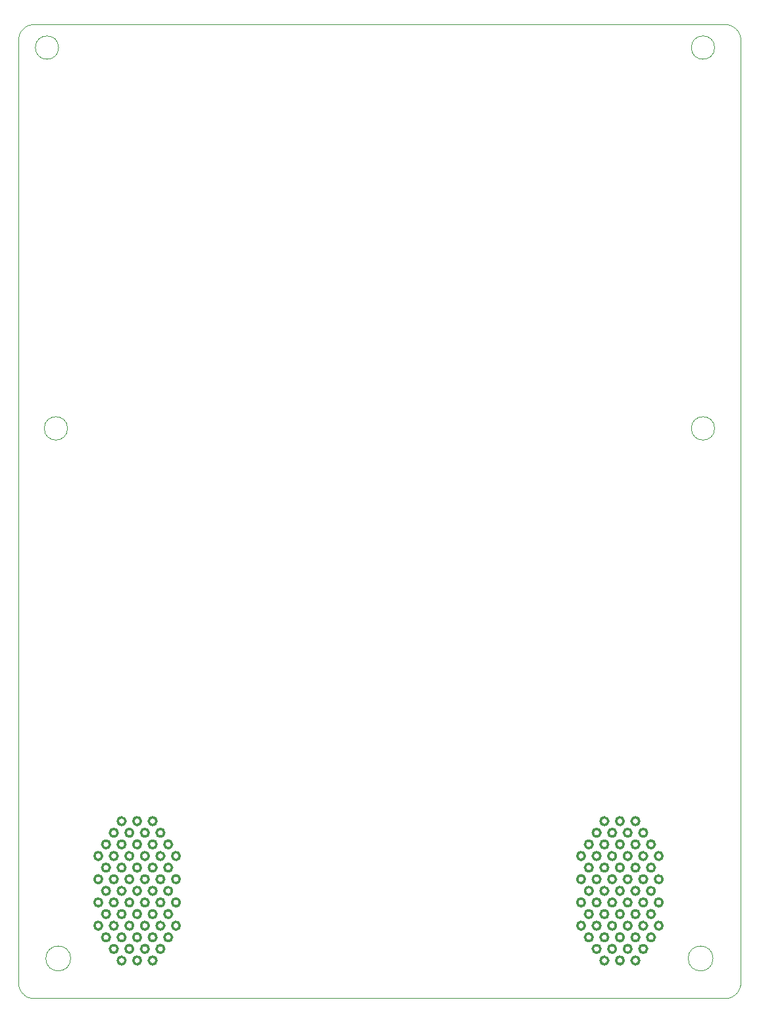
<source format=gbr>
%TF.GenerationSoftware,KiCad,Pcbnew,(6.0.7)*%
%TF.CreationDate,2024-03-03T21:38:17+09:00*%
%TF.ProjectId,pico_tracker,7069636f-5f74-4726-9163-6b65722e6b69,rev?*%
%TF.SameCoordinates,Original*%
%TF.FileFunction,Profile,NP*%
%FSLAX46Y46*%
G04 Gerber Fmt 4.6, Leading zero omitted, Abs format (unit mm)*
G04 Created by KiCad (PCBNEW (6.0.7)) date 2024-03-03 21:38:17*
%MOMM*%
%LPD*%
G01*
G04 APERTURE LIST*
%TA.AperFunction,Profile*%
%ADD10C,0.350000*%
%TD*%
%ADD11C,0.090000*%
%TA.AperFunction,Profile*%
%ADD12C,0.090000*%
%TD*%
G04 APERTURE END LIST*
D10*
X182750000Y-132261905D02*
G75*
G03*
X182750000Y-132261905I-500000J0D01*
G01*
X179750000Y-142734127D02*
G75*
G03*
X179750000Y-142734127I-500000J0D01*
G01*
X183750000Y-139742063D02*
G75*
G03*
X183750000Y-139742063I-500000J0D01*
G01*
X115600000Y-142734127D02*
G75*
G03*
X115600000Y-142734127I-500000J0D01*
G01*
X119600000Y-130765873D02*
G75*
G03*
X119600000Y-130765873I-500000J0D01*
G01*
X120600000Y-138246032D02*
G75*
G03*
X120600000Y-138246032I-500000J0D01*
G01*
X117600000Y-148712769D02*
G75*
G03*
X117600000Y-148712769I-500000J0D01*
G01*
D11*
X192770360Y-153578642D02*
X103819254Y-153578642D01*
D10*
X176750000Y-135253968D02*
G75*
G03*
X176750000Y-135253968I-500000J0D01*
G01*
X182750000Y-144230159D02*
G75*
G03*
X182750000Y-144230159I-500000J0D01*
G01*
X112600000Y-135253968D02*
G75*
G03*
X112600000Y-135253968I-500000J0D01*
G01*
X174750000Y-144230159D02*
G75*
G03*
X174750000Y-144230159I-500000J0D01*
G01*
D12*
X108144807Y-80187302D02*
G75*
G03*
X108144807Y-80187302I-1500000J0D01*
G01*
D10*
X180750000Y-141238095D02*
G75*
G03*
X180750000Y-141238095I-500000J0D01*
G01*
X180750000Y-147216737D02*
G75*
G03*
X180750000Y-147216737I-500000J0D01*
G01*
D11*
X103819254Y-153578642D02*
X103716505Y-153576043D01*
X103615106Y-153568333D01*
X103515180Y-153555635D01*
X103416855Y-153538076D01*
X103320255Y-153515781D01*
X103225505Y-153488875D01*
X103132732Y-153457484D01*
X103042060Y-153421733D01*
X102953615Y-153381748D01*
X102867522Y-153337654D01*
X102783908Y-153289577D01*
X102702897Y-153237642D01*
X102624615Y-153181974D01*
X102549187Y-153122699D01*
X102476738Y-153059943D01*
X102407395Y-152993831D01*
X102341283Y-152924488D01*
X102278527Y-152852039D01*
X102219252Y-152776611D01*
X102163584Y-152698329D01*
X102111649Y-152617318D01*
X102063572Y-152533704D01*
X102019478Y-152447611D01*
X101979493Y-152359166D01*
X101943742Y-152268494D01*
X101912351Y-152175721D01*
X101885445Y-152080971D01*
X101863150Y-151984371D01*
X101845591Y-151886046D01*
X101832893Y-151786120D01*
X101825183Y-151684721D01*
X101822585Y-151581973D01*
D10*
X116600000Y-144230159D02*
G75*
G03*
X116600000Y-144230159I-500000J0D01*
G01*
X179750000Y-136750000D02*
G75*
G03*
X179750000Y-136750000I-500000J0D01*
G01*
D11*
X103819254Y-28147302D02*
X192770360Y-28147302D01*
D10*
X113600000Y-133757936D02*
G75*
G03*
X113600000Y-133757936I-500000J0D01*
G01*
X178750000Y-144230159D02*
G75*
G03*
X178750000Y-144230159I-500000J0D01*
G01*
X117600000Y-130765873D02*
G75*
G03*
X117600000Y-130765873I-500000J0D01*
G01*
X179750000Y-139742063D02*
G75*
G03*
X179750000Y-139742063I-500000J0D01*
G01*
X122600000Y-135253968D02*
G75*
G03*
X122600000Y-135253968I-500000J0D01*
G01*
X182750000Y-138246032D02*
G75*
G03*
X182750000Y-138246032I-500000J0D01*
G01*
D12*
X191239251Y-148450864D02*
G75*
G03*
X191239251Y-148450864I-1600000J0D01*
G01*
D10*
X178750000Y-147216737D02*
G75*
G03*
X178750000Y-147216737I-500000J0D01*
G01*
X179750000Y-130765873D02*
G75*
G03*
X179750000Y-130765873I-500000J0D01*
G01*
X179750000Y-148712769D02*
G75*
G03*
X179750000Y-148712769I-500000J0D01*
G01*
D12*
X191444807Y-80187302D02*
G75*
G03*
X191444807Y-80187302I-1500000J0D01*
G01*
D10*
X118600000Y-144230159D02*
G75*
G03*
X118600000Y-144230159I-500000J0D01*
G01*
X183750000Y-133757936D02*
G75*
G03*
X183750000Y-133757936I-500000J0D01*
G01*
X181750000Y-136750000D02*
G75*
G03*
X181750000Y-136750000I-500000J0D01*
G01*
D11*
X194767029Y-151581973D02*
X194764430Y-151684721D01*
X194756720Y-151786120D01*
X194744022Y-151886046D01*
X194726463Y-151984371D01*
X194704168Y-152080971D01*
X194677262Y-152175721D01*
X194645871Y-152268494D01*
X194610120Y-152359166D01*
X194570135Y-152447611D01*
X194526041Y-152533704D01*
X194477964Y-152617318D01*
X194426029Y-152698329D01*
X194370361Y-152776611D01*
X194311086Y-152852039D01*
X194248330Y-152924488D01*
X194182218Y-152993831D01*
X194112875Y-153059943D01*
X194040426Y-153122699D01*
X193964998Y-153181974D01*
X193886716Y-153237642D01*
X193805705Y-153289577D01*
X193722091Y-153337654D01*
X193635998Y-153381748D01*
X193547553Y-153421733D01*
X193456881Y-153457484D01*
X193364108Y-153488875D01*
X193269358Y-153515781D01*
X193172758Y-153538076D01*
X193074433Y-153555635D01*
X192974507Y-153568333D01*
X192873108Y-153576043D01*
X192770360Y-153578642D01*
D10*
X113600000Y-145726190D02*
G75*
G03*
X113600000Y-145726190I-500000J0D01*
G01*
X181750000Y-139742063D02*
G75*
G03*
X181750000Y-139742063I-500000J0D01*
G01*
X114600000Y-132261905D02*
G75*
G03*
X114600000Y-132261905I-500000J0D01*
G01*
X174750000Y-141238095D02*
G75*
G03*
X174750000Y-141238095I-500000J0D01*
G01*
X178750000Y-135253968D02*
G75*
G03*
X178750000Y-135253968I-500000J0D01*
G01*
X115600000Y-133757936D02*
G75*
G03*
X115600000Y-133757936I-500000J0D01*
G01*
D11*
X194767029Y-30143971D02*
X194767029Y-151581973D01*
D10*
X181750000Y-142734127D02*
G75*
G03*
X181750000Y-142734127I-500000J0D01*
G01*
X112600000Y-144230159D02*
G75*
G03*
X112600000Y-144230159I-500000J0D01*
G01*
X122600000Y-138246032D02*
G75*
G03*
X122600000Y-138246032I-500000J0D01*
G01*
X174750000Y-135253968D02*
G75*
G03*
X174750000Y-135253968I-500000J0D01*
G01*
X120600000Y-144230159D02*
G75*
G03*
X120600000Y-144230159I-500000J0D01*
G01*
X178750000Y-132261905D02*
G75*
G03*
X178750000Y-132261905I-500000J0D01*
G01*
X179750000Y-145726190D02*
G75*
G03*
X179750000Y-145726190I-500000J0D01*
G01*
D11*
X101822585Y-30143971D02*
X101825183Y-30041222D01*
X101832893Y-29939823D01*
X101845591Y-29839897D01*
X101863150Y-29741572D01*
X101885445Y-29644972D01*
X101912351Y-29550222D01*
X101943742Y-29457449D01*
X101979493Y-29366777D01*
X102019478Y-29278332D01*
X102063572Y-29192239D01*
X102111649Y-29108625D01*
X102163584Y-29027614D01*
X102219252Y-28949332D01*
X102278527Y-28873904D01*
X102341283Y-28801455D01*
X102407395Y-28732112D01*
X102476738Y-28666000D01*
X102549187Y-28603244D01*
X102624615Y-28543969D01*
X102702897Y-28488301D01*
X102783908Y-28436366D01*
X102867522Y-28388289D01*
X102953615Y-28344195D01*
X103042060Y-28304210D01*
X103132732Y-28268459D01*
X103225505Y-28237068D01*
X103320255Y-28210162D01*
X103416855Y-28187867D01*
X103515180Y-28170308D01*
X103615106Y-28157610D01*
X103716505Y-28149900D01*
X103819254Y-28147302D01*
D12*
X191444807Y-31147302D02*
G75*
G03*
X191444807Y-31147302I-1500000J0D01*
G01*
D10*
X121600000Y-133757936D02*
G75*
G03*
X121600000Y-133757936I-500000J0D01*
G01*
X115600000Y-139742063D02*
G75*
G03*
X115600000Y-139742063I-500000J0D01*
G01*
X177750000Y-148712769D02*
G75*
G03*
X177750000Y-148712769I-500000J0D01*
G01*
X175750000Y-142734127D02*
G75*
G03*
X175750000Y-142734127I-500000J0D01*
G01*
X183750000Y-145726190D02*
G75*
G03*
X183750000Y-145726190I-500000J0D01*
G01*
X120600000Y-147216737D02*
G75*
G03*
X120600000Y-147216737I-500000J0D01*
G01*
X115600000Y-136750000D02*
G75*
G03*
X115600000Y-136750000I-500000J0D01*
G01*
X113600000Y-139742063D02*
G75*
G03*
X113600000Y-139742063I-500000J0D01*
G01*
X175750000Y-133757936D02*
G75*
G03*
X175750000Y-133757936I-500000J0D01*
G01*
D12*
X108550362Y-148450864D02*
G75*
G03*
X108550362Y-148450864I-1600000J0D01*
G01*
D10*
X177750000Y-136750000D02*
G75*
G03*
X177750000Y-136750000I-500000J0D01*
G01*
X184750000Y-138246032D02*
G75*
G03*
X184750000Y-138246032I-500000J0D01*
G01*
X119600000Y-139742063D02*
G75*
G03*
X119600000Y-139742063I-500000J0D01*
G01*
X118600000Y-147216737D02*
G75*
G03*
X118600000Y-147216737I-500000J0D01*
G01*
X177750000Y-133757936D02*
G75*
G03*
X177750000Y-133757936I-500000J0D01*
G01*
X116600000Y-132261905D02*
G75*
G03*
X116600000Y-132261905I-500000J0D01*
G01*
X114600000Y-135253968D02*
G75*
G03*
X114600000Y-135253968I-500000J0D01*
G01*
X176750000Y-144230159D02*
G75*
G03*
X176750000Y-144230159I-500000J0D01*
G01*
X120600000Y-135253968D02*
G75*
G03*
X120600000Y-135253968I-500000J0D01*
G01*
X176750000Y-132261905D02*
G75*
G03*
X176750000Y-132261905I-500000J0D01*
G01*
X116600000Y-135253968D02*
G75*
G03*
X116600000Y-135253968I-500000J0D01*
G01*
D12*
X107000000Y-31150000D02*
G75*
G03*
X107000000Y-31150000I-1500000J0D01*
G01*
D10*
X118600000Y-138246032D02*
G75*
G03*
X118600000Y-138246032I-500000J0D01*
G01*
X113600000Y-136750000D02*
G75*
G03*
X113600000Y-136750000I-500000J0D01*
G01*
X121600000Y-142734127D02*
G75*
G03*
X121600000Y-142734127I-500000J0D01*
G01*
X117600000Y-142734127D02*
G75*
G03*
X117600000Y-142734127I-500000J0D01*
G01*
X177750000Y-142734127D02*
G75*
G03*
X177750000Y-142734127I-500000J0D01*
G01*
X175750000Y-136750000D02*
G75*
G03*
X175750000Y-136750000I-500000J0D01*
G01*
X114600000Y-144230159D02*
G75*
G03*
X114600000Y-144230159I-500000J0D01*
G01*
X183750000Y-142734127D02*
G75*
G03*
X183750000Y-142734127I-500000J0D01*
G01*
X119600000Y-148712769D02*
G75*
G03*
X119600000Y-148712769I-500000J0D01*
G01*
X115600000Y-145726190D02*
G75*
G03*
X115600000Y-145726190I-500000J0D01*
G01*
X180750000Y-138246032D02*
G75*
G03*
X180750000Y-138246032I-500000J0D01*
G01*
X180750000Y-135253968D02*
G75*
G03*
X180750000Y-135253968I-500000J0D01*
G01*
X178750000Y-141238095D02*
G75*
G03*
X178750000Y-141238095I-500000J0D01*
G01*
X182750000Y-135253968D02*
G75*
G03*
X182750000Y-135253968I-500000J0D01*
G01*
X114600000Y-141238095D02*
G75*
G03*
X114600000Y-141238095I-500000J0D01*
G01*
X176750000Y-147216737D02*
G75*
G03*
X176750000Y-147216737I-500000J0D01*
G01*
X119600000Y-136750000D02*
G75*
G03*
X119600000Y-136750000I-500000J0D01*
G01*
X181750000Y-145726190D02*
G75*
G03*
X181750000Y-145726190I-500000J0D01*
G01*
X176750000Y-138246032D02*
G75*
G03*
X176750000Y-138246032I-500000J0D01*
G01*
X184750000Y-144230159D02*
G75*
G03*
X184750000Y-144230159I-500000J0D01*
G01*
X118600000Y-141238095D02*
G75*
G03*
X118600000Y-141238095I-500000J0D01*
G01*
X118600000Y-135253968D02*
G75*
G03*
X118600000Y-135253968I-500000J0D01*
G01*
X117600000Y-139742063D02*
G75*
G03*
X117600000Y-139742063I-500000J0D01*
G01*
X121600000Y-145726190D02*
G75*
G03*
X121600000Y-145726190I-500000J0D01*
G01*
X177750000Y-145726190D02*
G75*
G03*
X177750000Y-145726190I-500000J0D01*
G01*
X120600000Y-141238095D02*
G75*
G03*
X120600000Y-141238095I-500000J0D01*
G01*
X184750000Y-141238095D02*
G75*
G03*
X184750000Y-141238095I-500000J0D01*
G01*
D11*
X101822585Y-151581973D02*
X101822585Y-30143971D01*
D10*
X182750000Y-147216737D02*
G75*
G03*
X182750000Y-147216737I-500000J0D01*
G01*
X180750000Y-144230159D02*
G75*
G03*
X180750000Y-144230159I-500000J0D01*
G01*
X116600000Y-138246032D02*
G75*
G03*
X116600000Y-138246032I-500000J0D01*
G01*
X114600000Y-147216737D02*
G75*
G03*
X114600000Y-147216737I-500000J0D01*
G01*
X112600000Y-138246032D02*
G75*
G03*
X112600000Y-138246032I-500000J0D01*
G01*
X117600000Y-136750000D02*
G75*
G03*
X117600000Y-136750000I-500000J0D01*
G01*
X114600000Y-138246032D02*
G75*
G03*
X114600000Y-138246032I-500000J0D01*
G01*
X184750000Y-135253968D02*
G75*
G03*
X184750000Y-135253968I-500000J0D01*
G01*
X118600000Y-132261905D02*
G75*
G03*
X118600000Y-132261905I-500000J0D01*
G01*
X115600000Y-148712769D02*
G75*
G03*
X115600000Y-148712769I-500000J0D01*
G01*
X181750000Y-133757936D02*
G75*
G03*
X181750000Y-133757936I-500000J0D01*
G01*
X122600000Y-144230159D02*
G75*
G03*
X122600000Y-144230159I-500000J0D01*
G01*
X113600000Y-142734127D02*
G75*
G03*
X113600000Y-142734127I-500000J0D01*
G01*
X175750000Y-139742063D02*
G75*
G03*
X175750000Y-139742063I-500000J0D01*
G01*
X176750000Y-141238095D02*
G75*
G03*
X176750000Y-141238095I-500000J0D01*
G01*
X182750000Y-141238095D02*
G75*
G03*
X182750000Y-141238095I-500000J0D01*
G01*
X183750000Y-136750000D02*
G75*
G03*
X183750000Y-136750000I-500000J0D01*
G01*
D11*
X192770360Y-28147302D02*
X192873108Y-28149900D01*
X192974507Y-28157610D01*
X193074433Y-28170308D01*
X193172758Y-28187867D01*
X193269358Y-28210162D01*
X193364108Y-28237068D01*
X193456881Y-28268459D01*
X193547553Y-28304210D01*
X193635998Y-28344195D01*
X193722091Y-28388289D01*
X193805705Y-28436366D01*
X193886716Y-28488301D01*
X193964998Y-28543969D01*
X194040426Y-28603244D01*
X194112875Y-28666000D01*
X194182218Y-28732112D01*
X194248330Y-28801455D01*
X194311086Y-28873904D01*
X194370361Y-28949332D01*
X194426029Y-29027614D01*
X194477964Y-29108625D01*
X194526041Y-29192239D01*
X194570135Y-29278332D01*
X194610120Y-29366777D01*
X194645871Y-29457449D01*
X194677262Y-29550222D01*
X194704168Y-29644972D01*
X194726463Y-29741572D01*
X194744022Y-29839897D01*
X194756720Y-29939823D01*
X194764430Y-30041222D01*
X194767029Y-30143971D01*
D10*
X119600000Y-133757936D02*
G75*
G03*
X119600000Y-133757936I-500000J0D01*
G01*
X180750000Y-132261905D02*
G75*
G03*
X180750000Y-132261905I-500000J0D01*
G01*
X120600000Y-132261905D02*
G75*
G03*
X120600000Y-132261905I-500000J0D01*
G01*
X117600000Y-133757936D02*
G75*
G03*
X117600000Y-133757936I-500000J0D01*
G01*
X174750000Y-138246032D02*
G75*
G03*
X174750000Y-138246032I-500000J0D01*
G01*
X117600000Y-145726190D02*
G75*
G03*
X117600000Y-145726190I-500000J0D01*
G01*
X119600000Y-145726190D02*
G75*
G03*
X119600000Y-145726190I-500000J0D01*
G01*
X116600000Y-141238095D02*
G75*
G03*
X116600000Y-141238095I-500000J0D01*
G01*
X181750000Y-148712769D02*
G75*
G03*
X181750000Y-148712769I-500000J0D01*
G01*
X121600000Y-139742063D02*
G75*
G03*
X121600000Y-139742063I-500000J0D01*
G01*
X116600000Y-147216737D02*
G75*
G03*
X116600000Y-147216737I-500000J0D01*
G01*
X179750000Y-133757936D02*
G75*
G03*
X179750000Y-133757936I-500000J0D01*
G01*
X121600000Y-136750000D02*
G75*
G03*
X121600000Y-136750000I-500000J0D01*
G01*
X115600000Y-130765873D02*
G75*
G03*
X115600000Y-130765873I-500000J0D01*
G01*
X181750000Y-130765873D02*
G75*
G03*
X181750000Y-130765873I-500000J0D01*
G01*
X177750000Y-130765873D02*
G75*
G03*
X177750000Y-130765873I-500000J0D01*
G01*
X178750000Y-138246032D02*
G75*
G03*
X178750000Y-138246032I-500000J0D01*
G01*
X112600000Y-141238095D02*
G75*
G03*
X112600000Y-141238095I-500000J0D01*
G01*
X175750000Y-145726190D02*
G75*
G03*
X175750000Y-145726190I-500000J0D01*
G01*
X177750000Y-139742063D02*
G75*
G03*
X177750000Y-139742063I-500000J0D01*
G01*
X122600000Y-141238095D02*
G75*
G03*
X122600000Y-141238095I-500000J0D01*
G01*
X119600000Y-142734127D02*
G75*
G03*
X119600000Y-142734127I-500000J0D01*
G01*
M02*

</source>
